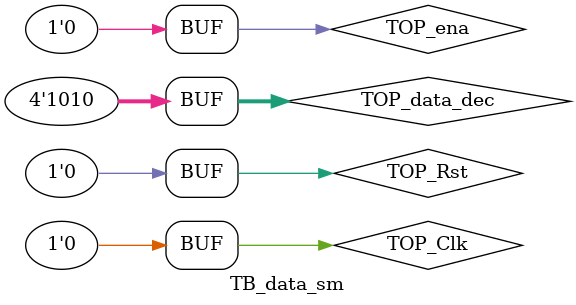
<source format=sv>
`timescale 1ps / 1ps
`define SIMULATION

   localparam SPACE    = 4'b1010;  //10
   localparam ENTER    = 4'b1011;  //11
   localparam FORWARD  = 4'b1100;  //12
   localparam BACKWARD = 4'b1101;  //13
   localparam INVALID  = 4'b1110;  //14

module TB_data_sm();

localparam T = 2;

reg        TOP_Clk = 0;
reg        TOP_Rst;

reg        TOP_ena;
reg  [3:0] TOP_data_dec;

wire 	   TOP_led_ini;
wire [3:0] TOP_Motor_PWM_A;
wire [3:0] TOP_Motor_PWM_B;
wire [3:0] TOP_Motor_PWM_C;
wire [3:0] TOP_Motor_PWM_D;

TOP_data_sm  BOARD(
     .in_Clk (TOP_Clk),
     .in_Rst (TOP_Rst),

     .i_ena      (TOP_ena),
     .i_data_dec (TOP_data_dec),

     .out_led_ini     (TOP_led_ini),
     .out_Motor_PWM_A (TOP_Motor_PWM_A), /*Output for motor A*/ // [3:0]
     .out_Motor_PWM_B (TOP_Motor_PWM_B), /*Output for motor B*/ // [3:0]
     .out_Motor_PWM_C (TOP_Motor_PWM_C), /*Output for motor C*/ // [3:0]
     .out_Motor_PWM_D (TOP_Motor_PWM_D)  /*Output for motor D*/ // [3:0]
);

always begin
    TOP_Clk = 1'b1;
    #(T/2);

    TOP_Clk = 1'b0;
    #(T/2);
end

 initial begin
     TOP_Rst = 1;
     TOP_ena = 1'b1;
     #4;
     TOP_Rst = '0;

     /*---------------------- Motor 2 FORWARD 128° ---------------------*/

     TOP_data_dec  = 2;
     #4;
     TOP_ena = 1'b1;
     #4;
     TOP_ena = 1'b0;
     #8;

     TOP_data_dec  = SPACE;
     #4;
     TOP_ena = 1'b1;
     #2;
     TOP_ena = 1'b0;
     #8;

     TOP_data_dec  = FORWARD;
     #4;
     TOP_ena = 1'b1;
     #2;
     TOP_ena = 1'b0;
     #8;

     TOP_data_dec  = 1;
     #4;
     TOP_ena = 1'b1;
     #2;
     TOP_ena = 1'b0;
     #8;

     TOP_data_dec  = 2;
     #4;
     TOP_ena = 1'b1;
     #2;
     TOP_ena = 1'b0;
     #8;

     TOP_data_dec  = 8;
     #4;
     TOP_ena = 1'b1;
     #2;
     TOP_ena = 1'b0;
     #8;

     TOP_data_dec  = SPACE;
     #4;
     TOP_ena = 1'b1;
     #2;
     TOP_ena = 1'b0;
     #8;

     /*---------------------- Motor 1 BACKWARD 87° ---------------------*/

     // TOP_data_dec  = 1;
     // #4;
     // TOP_ena = 1'b1;
     // #2;
     // TOP_ena = 1'b0;
     // #8;
     //
     // TOP_data_dec  = SPACE;
     // #4;
     // TOP_ena = 1'b1;
     // #2;
     // TOP_ena = 1'b0;
     // #8;
     //
     // TOP_data_dec  = BACKWARD;
     // #4;
     // TOP_ena = 1'b1;
     // #2;
     // TOP_ena = 1'b0;
     // #8;
     //
     // TOP_data_dec  = 8;
     // #4;
     // TOP_ena = 1'b1;
     // #2;
     // TOP_ena = 1'b0;
     // #8;
     //
     // TOP_data_dec  = 7;
     // #4;
     // TOP_ena = 1'b1;
     // #2;
     // TOP_ena = 1'b0;
     // #8;
     //
     //
     // TOP_data_dec  = ENTER;
     // #4;
     // TOP_ena = 1'b1;
     // #2;
     // TOP_ena = 1'b0;
     // #8;

     // /*---------------------- Motor 3 BACKWARD 210° ---------------------*/
     //
     // TOP_data_dec  = 3;
     // #4;
     // TOP_ena = 1'b1;
     // #2;
     // TOP_ena = 1'b0;
     // #8;
     //
     // TOP_data_dec  = SPACE;
     // #4;
     // TOP_ena = 1'b1;
     // #2;
     // TOP_ena = 1'b0;
     // #8;
     //
     // TOP_data_dec  = BACKWARD;
     // #4;
     // TOP_ena = 1'b1;
     // #2;
     // TOP_ena = 1'b0;
     // #8;
     //
     // TOP_data_dec  = 2;
     // #4;
     // TOP_ena = 1'b1;
     // #2;
     // TOP_ena = 1'b0;
     // #8;
     //
     // TOP_data_dec  = 1;
     // #4;
     // TOP_ena = 1'b1;
     // #2;
     // TOP_ena = 1'b0;
     // #8;
     //
     // TOP_data_dec  = 0;
     // #4;
     // TOP_ena = 1'b1;
     // #2;
     // TOP_ena = 1'b0;
     // #8;
     //
     // TOP_data_dec  = ENTER;
     // #4;
     // TOP_ena = 1'b1;
     // #2;
     // TOP_ena = 1'b0;
     // #8;
     //
     //       /*---------------------- Motor 4 FORWARD 7° ---------------------*/
     //
     // TOP_data_dec  = 4;
     // #4;
     // TOP_ena = 1'b1;
     // #2;
     // TOP_ena = 1'b0;
     // #8;
     //
     // TOP_data_dec  = SPACE;
     // #4;
     // TOP_ena = 1'b1;
     // #2;
     // TOP_ena = 1'b0;
     // #8;
     //
     // TOP_data_dec  = FORWARD;
     // #4;
     // TOP_ena = 1'b1;
     // #2;
     // TOP_ena = 1'b0;
     // #8;
     //
     // TOP_data_dec  = 7;
     // #4;
     // TOP_ena = 1'b1;
     // #2;
     // TOP_ena = 1'b0;
     // #8;
     //
     // TOP_data_dec  = ENTER;
     // #4;
     // TOP_ena = 1'b1;
     // #2;
     // TOP_ena = 1'b0;
     // #8;

 end

endmodule

</source>
